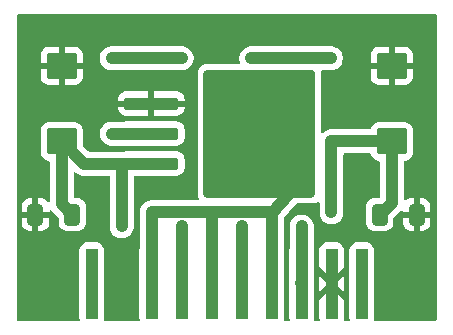
<source format=gbr>
%TF.GenerationSoftware,KiCad,Pcbnew,8.0.1*%
%TF.CreationDate,2024-05-13T16:53:05-04:00*%
%TF.ProjectId,LM1085,4c4d3130-3835-42e6-9b69-6361645f7063,rev?*%
%TF.SameCoordinates,Original*%
%TF.FileFunction,Copper,L1,Top*%
%TF.FilePolarity,Positive*%
%FSLAX46Y46*%
G04 Gerber Fmt 4.6, Leading zero omitted, Abs format (unit mm)*
G04 Created by KiCad (PCBNEW 8.0.1) date 2024-05-13 16:53:05*
%MOMM*%
%LPD*%
G01*
G04 APERTURE LIST*
G04 Aperture macros list*
%AMRoundRect*
0 Rectangle with rounded corners*
0 $1 Rounding radius*
0 $2 $3 $4 $5 $6 $7 $8 $9 X,Y pos of 4 corners*
0 Add a 4 corners polygon primitive as box body*
4,1,4,$2,$3,$4,$5,$6,$7,$8,$9,$2,$3,0*
0 Add four circle primitives for the rounded corners*
1,1,$1+$1,$2,$3*
1,1,$1+$1,$4,$5*
1,1,$1+$1,$6,$7*
1,1,$1+$1,$8,$9*
0 Add four rect primitives between the rounded corners*
20,1,$1+$1,$2,$3,$4,$5,0*
20,1,$1+$1,$4,$5,$6,$7,0*
20,1,$1+$1,$6,$7,$8,$9,0*
20,1,$1+$1,$8,$9,$2,$3,0*%
G04 Aperture macros list end*
%TA.AperFunction,SMDPad,CuDef*%
%ADD10RoundRect,0.250000X1.025000X-0.875000X1.025000X0.875000X-1.025000X0.875000X-1.025000X-0.875000X0*%
%TD*%
%TA.AperFunction,SMDPad,CuDef*%
%ADD11RoundRect,0.250000X0.412500X0.650000X-0.412500X0.650000X-0.412500X-0.650000X0.412500X-0.650000X0*%
%TD*%
%TA.AperFunction,SMDPad,CuDef*%
%ADD12RoundRect,0.250000X-0.412500X-0.650000X0.412500X-0.650000X0.412500X0.650000X-0.412500X0.650000X0*%
%TD*%
%TA.AperFunction,SMDPad,CuDef*%
%ADD13RoundRect,0.275000X-0.275000X-2.725000X0.275000X-2.725000X0.275000X2.725000X-0.275000X2.725000X0*%
%TD*%
%TA.AperFunction,SMDPad,CuDef*%
%ADD14RoundRect,0.250000X-2.050000X-0.300000X2.050000X-0.300000X2.050000X0.300000X-2.050000X0.300000X0*%
%TD*%
%TA.AperFunction,SMDPad,CuDef*%
%ADD15RoundRect,0.250000X-2.025000X-2.375000X2.025000X-2.375000X2.025000X2.375000X-2.025000X2.375000X0*%
%TD*%
%TA.AperFunction,SMDPad,CuDef*%
%ADD16RoundRect,0.250002X-4.449998X-5.149998X4.449998X-5.149998X4.449998X5.149998X-4.449998X5.149998X0*%
%TD*%
%TA.AperFunction,ViaPad*%
%ADD17C,0.600000*%
%TD*%
%TA.AperFunction,Conductor*%
%ADD18C,1.000000*%
%TD*%
G04 APERTURE END LIST*
D10*
%TO.P,C1,1*%
%TO.N,+5V*%
X137160000Y-104800000D03*
%TO.P,C1,2*%
%TO.N,GND*%
X137160000Y-98400000D03*
%TD*%
D11*
%TO.P,C2,1*%
%TO.N,+5V*%
X138062500Y-111000000D03*
%TO.P,C2,2*%
%TO.N,GND*%
X134937500Y-111000000D03*
%TD*%
D10*
%TO.P,C3,1*%
%TO.N,+3.3V*%
X165100000Y-104800000D03*
%TO.P,C3,2*%
%TO.N,GND*%
X165100000Y-98400000D03*
%TD*%
D12*
%TO.P,C4,1*%
%TO.N,+3.3V*%
X164077500Y-111000000D03*
%TO.P,C4,2*%
%TO.N,GND*%
X167202500Y-111000000D03*
%TD*%
D13*
%TO.P,VRMEdgeConn,VC1*%
%TO.N,N/C*%
X139700000Y-116840000D03*
%TO.P,VRMEdgeConn,VC2*%
%TO.N,+3.3V*%
X144780000Y-116840000D03*
%TO.P,VRMEdgeConn,VC3*%
%TO.N,+5V*%
X147320000Y-116840000D03*
%TO.P,VRMEdgeConn,VC4*%
%TO.N,+3.3V*%
X149860000Y-116840000D03*
%TO.P,VRMEdgeConn,VC5*%
%TO.N,+5V*%
X152400000Y-116840000D03*
%TO.P,VRMEdgeConn,VC6*%
%TO.N,+3.3V*%
X154940000Y-116840000D03*
%TO.P,VRMEdgeConn,VC7*%
%TO.N,+5V*%
X157480000Y-116840000D03*
%TO.P,VRMEdgeConn,VC8*%
%TO.N,GND*%
X160020000Y-116840000D03*
%TO.P,VRMEdgeConn,VC9*%
%TO.N,N/C*%
X162560000Y-116840000D03*
%TD*%
D14*
%TO.P,U1 - LM1085-3.3,1,GND*%
%TO.N,GND*%
X144750000Y-101600000D03*
%TO.P,U1 - LM1085-3.3,2,VO*%
%TO.N,+3.3V*%
X144750000Y-104140000D03*
D15*
X151475000Y-101365000D03*
X151475000Y-106915000D03*
D16*
X153900000Y-104140000D03*
D15*
X156325000Y-101365000D03*
X156325000Y-106915000D03*
D14*
%TO.P,U1 - LM1085-3.3,3,VI*%
%TO.N,+5V*%
X144750000Y-106680000D03*
%TD*%
D17*
%TO.N,+5V*%
X142240000Y-112000000D03*
X147320000Y-112000000D03*
X152400000Y-112000000D03*
X157480000Y-112000000D03*
%TO.N,+3.3V*%
X160000000Y-104800000D03*
X154940000Y-110800000D03*
X160000000Y-97750000D03*
X160000000Y-110800000D03*
X141397434Y-97750000D03*
X147320000Y-97750000D03*
X141397434Y-104140000D03*
X153209907Y-97750000D03*
%TD*%
D18*
%TO.N,+5V*%
X137160000Y-110097500D02*
X138062500Y-111000000D01*
X139040000Y-106680000D02*
X137160000Y-104800000D01*
X137160000Y-104800000D02*
X137160000Y-110097500D01*
X144750000Y-106680000D02*
X142240000Y-106680000D01*
X157480000Y-116840000D02*
X157480000Y-112000000D01*
X152400000Y-116840000D02*
X152400000Y-112000000D01*
X142240000Y-106680000D02*
X142240000Y-112000000D01*
X142240000Y-106680000D02*
X139040000Y-106680000D01*
X157395456Y-116755456D02*
X157480000Y-116840000D01*
X147320000Y-116840000D02*
X147320000Y-112000000D01*
%TO.N,+3.3V*%
X165100000Y-104800000D02*
X165100000Y-109977500D01*
X149860000Y-110800000D02*
X144780000Y-110800000D01*
X144780000Y-110800000D02*
X144780000Y-116840000D01*
X160071486Y-104800000D02*
X165100000Y-104800000D01*
X155040626Y-110793535D02*
X156325000Y-109378337D01*
X156325000Y-109378337D02*
X156325000Y-106915000D01*
X154940000Y-110800000D02*
X154940000Y-116800000D01*
X165100000Y-109977500D02*
X164077500Y-111000000D01*
X147320000Y-97750000D02*
X141397434Y-97750000D01*
X154940000Y-110800000D02*
X149860000Y-110800000D01*
X153209907Y-97750000D02*
X159960421Y-97750000D01*
X149860000Y-110800000D02*
X149860000Y-116840000D01*
X141397434Y-104140000D02*
X144750000Y-104140000D01*
X160000000Y-104800000D02*
X160000000Y-110800000D01*
%TD*%
%TA.AperFunction,Conductor*%
%TO.N,GND*%
G36*
X168851633Y-94020002D02*
G01*
X168898126Y-94073658D01*
X168909512Y-94125999D01*
X168909606Y-104084196D01*
X168909753Y-119847385D01*
X168909754Y-119888999D01*
X168889753Y-119957120D01*
X168836097Y-120003613D01*
X168783754Y-120015000D01*
X163685200Y-120015000D01*
X163617079Y-119994998D01*
X163570586Y-119941342D01*
X163560482Y-119871068D01*
X163566271Y-119847385D01*
X163567992Y-119842465D01*
X163603690Y-119740448D01*
X163618500Y-119609004D01*
X163618500Y-114070996D01*
X163603690Y-113939552D01*
X163545376Y-113772901D01*
X163451640Y-113623720D01*
X163451441Y-113623403D01*
X163326596Y-113498558D01*
X163177101Y-113404625D01*
X163177099Y-113404624D01*
X163010448Y-113346310D01*
X162879004Y-113331500D01*
X162240996Y-113331500D01*
X162109552Y-113346310D01*
X162109549Y-113346310D01*
X162109549Y-113346311D01*
X161942900Y-113404624D01*
X161942898Y-113404625D01*
X161793403Y-113498558D01*
X161668558Y-113623403D01*
X161574625Y-113772898D01*
X161574624Y-113772900D01*
X161558991Y-113817577D01*
X161516310Y-113939552D01*
X161501500Y-114070996D01*
X161501500Y-119609004D01*
X161516310Y-119740448D01*
X161516311Y-119740450D01*
X161553729Y-119847385D01*
X161557349Y-119918289D01*
X161522060Y-119979894D01*
X161459066Y-120012641D01*
X161434800Y-120015000D01*
X161144669Y-120015000D01*
X161076548Y-119994998D01*
X161030055Y-119941342D01*
X161019951Y-119871068D01*
X161025740Y-119847385D01*
X161063196Y-119740339D01*
X161077999Y-119608967D01*
X161077999Y-118257209D01*
X161077998Y-118257207D01*
X160020001Y-117199210D01*
X160019999Y-117199210D01*
X158962000Y-118257207D01*
X158962000Y-119608967D01*
X158976801Y-119740329D01*
X158976803Y-119740340D01*
X159014260Y-119847385D01*
X159017880Y-119918289D01*
X158982590Y-119979894D01*
X158919597Y-120012641D01*
X158895331Y-120015000D01*
X158605200Y-120015000D01*
X158537079Y-119994998D01*
X158490586Y-119941342D01*
X158480482Y-119871068D01*
X158486271Y-119847385D01*
X158487992Y-119842465D01*
X158523690Y-119740448D01*
X158538500Y-119609004D01*
X158538500Y-116141209D01*
X158962000Y-116141209D01*
X158962000Y-117538788D01*
X159660788Y-116840001D01*
X160379210Y-116840001D01*
X161077998Y-117538789D01*
X161077999Y-117538789D01*
X161077999Y-116141210D01*
X160379210Y-116839999D01*
X160379210Y-116840001D01*
X159660788Y-116840001D01*
X159660790Y-116839999D01*
X158962000Y-116141209D01*
X158538500Y-116141209D01*
X158538500Y-115422791D01*
X158962000Y-115422791D01*
X160019999Y-116480790D01*
X160020001Y-116480790D01*
X161077998Y-115422791D01*
X161077999Y-115422790D01*
X161077999Y-114071032D01*
X161063198Y-113939670D01*
X161063196Y-113939659D01*
X161004921Y-113773119D01*
X161004920Y-113773116D01*
X160911048Y-113623720D01*
X160911047Y-113623718D01*
X160786281Y-113498952D01*
X160786279Y-113498951D01*
X160636883Y-113405079D01*
X160636880Y-113405078D01*
X160470339Y-113346803D01*
X160338967Y-113332000D01*
X159701032Y-113332000D01*
X159569670Y-113346801D01*
X159569659Y-113346803D01*
X159403119Y-113405078D01*
X159403116Y-113405079D01*
X159253720Y-113498951D01*
X159253718Y-113498952D01*
X159128952Y-113623718D01*
X159128951Y-113623720D01*
X159035079Y-113773116D01*
X159035078Y-113773119D01*
X158976803Y-113939660D01*
X158962000Y-114071032D01*
X158962000Y-115422791D01*
X158538500Y-115422791D01*
X158538500Y-114070996D01*
X158523690Y-113939552D01*
X158495571Y-113859192D01*
X158488500Y-113817577D01*
X158488500Y-111900672D01*
X158488499Y-111900668D01*
X158449744Y-111705831D01*
X158373721Y-111522296D01*
X158263353Y-111357119D01*
X158122881Y-111216647D01*
X157957704Y-111106279D01*
X157774169Y-111030256D01*
X157579331Y-110991500D01*
X157579329Y-110991500D01*
X157380671Y-110991500D01*
X157380668Y-110991500D01*
X157185830Y-111030256D01*
X157185825Y-111030258D01*
X157002296Y-111106279D01*
X156837123Y-111216644D01*
X156837116Y-111216649D01*
X156696649Y-111357116D01*
X156696644Y-111357123D01*
X156586279Y-111522296D01*
X156510258Y-111705825D01*
X156510256Y-111705830D01*
X156471500Y-111900668D01*
X156471500Y-113817577D01*
X156464429Y-113859192D01*
X156436310Y-113939552D01*
X156436298Y-113939660D01*
X156421500Y-114070995D01*
X156421500Y-116470053D01*
X156419079Y-116494635D01*
X156386956Y-116656124D01*
X156386956Y-116854787D01*
X156419079Y-117016276D01*
X156421500Y-117040858D01*
X156421500Y-119609004D01*
X156436310Y-119740448D01*
X156436311Y-119740450D01*
X156473729Y-119847385D01*
X156477349Y-119918289D01*
X156442060Y-119979894D01*
X156379066Y-120012641D01*
X156354800Y-120015000D01*
X156065200Y-120015000D01*
X155997079Y-119994998D01*
X155950586Y-119941342D01*
X155940482Y-119871068D01*
X155946271Y-119847385D01*
X155947992Y-119842465D01*
X155983690Y-119740448D01*
X155998500Y-119609004D01*
X155998500Y-114070996D01*
X155983690Y-113939552D01*
X155955571Y-113859192D01*
X155948500Y-113817577D01*
X155948500Y-111342467D01*
X155968502Y-111274346D01*
X155981192Y-111257793D01*
X156945121Y-110195681D01*
X157041194Y-110089822D01*
X157101787Y-110052820D01*
X157134498Y-110048500D01*
X158400551Y-110048500D01*
X158454561Y-110042980D01*
X158494783Y-110038871D01*
X158494794Y-110038873D01*
X158494794Y-110038870D01*
X158494796Y-110038870D01*
X158504426Y-110037887D01*
X158672738Y-109982115D01*
X158799355Y-109904016D01*
X158867832Y-109885280D01*
X158935571Y-109906539D01*
X158981063Y-109961046D01*
X158991500Y-110011258D01*
X158991500Y-110899329D01*
X159030256Y-111094169D01*
X159106279Y-111277704D01*
X159216647Y-111442881D01*
X159357119Y-111583353D01*
X159522296Y-111693721D01*
X159705831Y-111769744D01*
X159900671Y-111808500D01*
X159900672Y-111808500D01*
X160099328Y-111808500D01*
X160099329Y-111808500D01*
X160294169Y-111769744D01*
X160477704Y-111693721D01*
X160642881Y-111583353D01*
X160783353Y-111442881D01*
X160893721Y-111277704D01*
X160969744Y-111094169D01*
X161008500Y-110899329D01*
X161008500Y-105934500D01*
X161028502Y-105866379D01*
X161082158Y-105819886D01*
X161134500Y-105808500D01*
X163229193Y-105808500D01*
X163297314Y-105828502D01*
X163343807Y-105882158D01*
X163348795Y-105894860D01*
X163382885Y-105997737D01*
X163382885Y-105997738D01*
X163475970Y-106148652D01*
X163475975Y-106148658D01*
X163601341Y-106274024D01*
X163601347Y-106274029D01*
X163601348Y-106274030D01*
X163752262Y-106367115D01*
X163920574Y-106422887D01*
X163978309Y-106428785D01*
X164044041Y-106455606D01*
X164084840Y-106513709D01*
X164091500Y-106554132D01*
X164091500Y-109465500D01*
X164071498Y-109533621D01*
X164017842Y-109580114D01*
X163965500Y-109591500D01*
X163614455Y-109591500D01*
X163510574Y-109602112D01*
X163342261Y-109657885D01*
X163191347Y-109750970D01*
X163191341Y-109750975D01*
X163065975Y-109876341D01*
X163065970Y-109876347D01*
X162972885Y-110027262D01*
X162917113Y-110195572D01*
X162917112Y-110195579D01*
X162906500Y-110299446D01*
X162906500Y-111700544D01*
X162917112Y-111804425D01*
X162972885Y-111972738D01*
X163065970Y-112123652D01*
X163065975Y-112123658D01*
X163191341Y-112249024D01*
X163191347Y-112249029D01*
X163191348Y-112249030D01*
X163342262Y-112342115D01*
X163510574Y-112397887D01*
X163614455Y-112408500D01*
X164540544Y-112408499D01*
X164644426Y-112397887D01*
X164812738Y-112342115D01*
X164963652Y-112249030D01*
X165089030Y-112123652D01*
X165182115Y-111972738D01*
X165237887Y-111804426D01*
X165248500Y-111700545D01*
X165248499Y-111307423D01*
X165264186Y-111254000D01*
X166032000Y-111254000D01*
X166032000Y-111700516D01*
X166042605Y-111804318D01*
X166042606Y-111804321D01*
X166098342Y-111972525D01*
X166191365Y-112123339D01*
X166191370Y-112123345D01*
X166316654Y-112248629D01*
X166316660Y-112248634D01*
X166467474Y-112341657D01*
X166635678Y-112397393D01*
X166635681Y-112397394D01*
X166739483Y-112407999D01*
X166739483Y-112408000D01*
X166948500Y-112408000D01*
X166948500Y-111254000D01*
X167456500Y-111254000D01*
X167456500Y-112408000D01*
X167665517Y-112408000D01*
X167665516Y-112407999D01*
X167769318Y-112397394D01*
X167769321Y-112397393D01*
X167937525Y-112341657D01*
X168088339Y-112248634D01*
X168088345Y-112248629D01*
X168213629Y-112123345D01*
X168213634Y-112123339D01*
X168306657Y-111972525D01*
X168362393Y-111804321D01*
X168362394Y-111804318D01*
X168372999Y-111700516D01*
X168373000Y-111700516D01*
X168373000Y-111254000D01*
X167456500Y-111254000D01*
X166948500Y-111254000D01*
X166032000Y-111254000D01*
X165264186Y-111254000D01*
X165268501Y-111239304D01*
X165285399Y-111218333D01*
X165816906Y-110686826D01*
X165879217Y-110652803D01*
X165950033Y-110657868D01*
X166006868Y-110700415D01*
X166019035Y-110733036D01*
X166031999Y-110746000D01*
X166948500Y-110746000D01*
X166948500Y-109592000D01*
X167456500Y-109592000D01*
X167456500Y-110746000D01*
X168373000Y-110746000D01*
X168373000Y-110299483D01*
X168362394Y-110195681D01*
X168362393Y-110195678D01*
X168306657Y-110027474D01*
X168213634Y-109876660D01*
X168213629Y-109876654D01*
X168088345Y-109751370D01*
X168088339Y-109751365D01*
X167937525Y-109658342D01*
X167769321Y-109602606D01*
X167769318Y-109602605D01*
X167665516Y-109592000D01*
X167456500Y-109592000D01*
X166948500Y-109592000D01*
X166739483Y-109592000D01*
X166635681Y-109602605D01*
X166635678Y-109602606D01*
X166467474Y-109658342D01*
X166316656Y-109751368D01*
X166312646Y-109754539D01*
X166246804Y-109781098D01*
X166177056Y-109767844D01*
X166125546Y-109718985D01*
X166108500Y-109655700D01*
X166108500Y-106554132D01*
X166128502Y-106486011D01*
X166182158Y-106439518D01*
X166221693Y-106428784D01*
X166279426Y-106422887D01*
X166447738Y-106367115D01*
X166598652Y-106274030D01*
X166724030Y-106148652D01*
X166817115Y-105997738D01*
X166872887Y-105829426D01*
X166883500Y-105725545D01*
X166883499Y-103874456D01*
X166872887Y-103770574D01*
X166817115Y-103602262D01*
X166724030Y-103451348D01*
X166724029Y-103451347D01*
X166724024Y-103451341D01*
X166598658Y-103325975D01*
X166598652Y-103325970D01*
X166447738Y-103232885D01*
X166363582Y-103204999D01*
X166279427Y-103177113D01*
X166279420Y-103177112D01*
X166175553Y-103166500D01*
X164024455Y-103166500D01*
X163920574Y-103177112D01*
X163752261Y-103232885D01*
X163601347Y-103325970D01*
X163601341Y-103325975D01*
X163475975Y-103451341D01*
X163475970Y-103451347D01*
X163382885Y-103602261D01*
X163348798Y-103705133D01*
X163308384Y-103763504D01*
X163242827Y-103790760D01*
X163229193Y-103791500D01*
X159900668Y-103791500D01*
X159705830Y-103830256D01*
X159705825Y-103830258D01*
X159522296Y-103906279D01*
X159357123Y-104016644D01*
X159357121Y-104016645D01*
X159323594Y-104050172D01*
X159261282Y-104084196D01*
X159190466Y-104079130D01*
X159133631Y-104036583D01*
X159108821Y-103970062D01*
X159108500Y-103961075D01*
X159108500Y-98939454D01*
X159104194Y-98897305D01*
X159117170Y-98827505D01*
X159165823Y-98775799D01*
X159229542Y-98758500D01*
X160059749Y-98758500D01*
X160059750Y-98758500D01*
X160254590Y-98719744D01*
X160413309Y-98654000D01*
X163317000Y-98654000D01*
X163317000Y-99325516D01*
X163327605Y-99429318D01*
X163327606Y-99429321D01*
X163383342Y-99597525D01*
X163476365Y-99748339D01*
X163476370Y-99748345D01*
X163601654Y-99873629D01*
X163601660Y-99873634D01*
X163752474Y-99966657D01*
X163920678Y-100022393D01*
X163920681Y-100022394D01*
X164024483Y-100032999D01*
X164024483Y-100033000D01*
X164846000Y-100033000D01*
X164846000Y-98654000D01*
X165354000Y-98654000D01*
X165354000Y-100033000D01*
X166175517Y-100033000D01*
X166175516Y-100032999D01*
X166279318Y-100022394D01*
X166279321Y-100022393D01*
X166447525Y-99966657D01*
X166598339Y-99873634D01*
X166598345Y-99873629D01*
X166723629Y-99748345D01*
X166723634Y-99748339D01*
X166816657Y-99597525D01*
X166872393Y-99429321D01*
X166872394Y-99429318D01*
X166882999Y-99325516D01*
X166883000Y-99325516D01*
X166883000Y-98654000D01*
X165354000Y-98654000D01*
X164846000Y-98654000D01*
X163317000Y-98654000D01*
X160413309Y-98654000D01*
X160438125Y-98643721D01*
X160603302Y-98533353D01*
X160743774Y-98392881D01*
X160854142Y-98227704D01*
X160887985Y-98146000D01*
X163317000Y-98146000D01*
X164846000Y-98146000D01*
X164846000Y-96767000D01*
X165354000Y-96767000D01*
X165354000Y-98146000D01*
X166883000Y-98146000D01*
X166883000Y-97474483D01*
X166872394Y-97370681D01*
X166872393Y-97370678D01*
X166816657Y-97202474D01*
X166723634Y-97051660D01*
X166723629Y-97051654D01*
X166598345Y-96926370D01*
X166598339Y-96926365D01*
X166447525Y-96833342D01*
X166279321Y-96777606D01*
X166279318Y-96777605D01*
X166175516Y-96767000D01*
X165354000Y-96767000D01*
X164846000Y-96767000D01*
X164024483Y-96767000D01*
X163920681Y-96777605D01*
X163920678Y-96777606D01*
X163752474Y-96833342D01*
X163601660Y-96926365D01*
X163601654Y-96926370D01*
X163476370Y-97051654D01*
X163476365Y-97051660D01*
X163383342Y-97202474D01*
X163327606Y-97370678D01*
X163327605Y-97370681D01*
X163317000Y-97474483D01*
X163317000Y-98146000D01*
X160887985Y-98146000D01*
X160930165Y-98044169D01*
X160968921Y-97849329D01*
X160968921Y-97650671D01*
X160930165Y-97455831D01*
X160854142Y-97272296D01*
X160743774Y-97107119D01*
X160603302Y-96966647D01*
X160438125Y-96856279D01*
X160254590Y-96780256D01*
X160241268Y-96777606D01*
X160059752Y-96741500D01*
X160059750Y-96741500D01*
X153110578Y-96741500D01*
X153110575Y-96741500D01*
X152915737Y-96780256D01*
X152915732Y-96780258D01*
X152732203Y-96856279D01*
X152567030Y-96966644D01*
X152567023Y-96966649D01*
X152426556Y-97107116D01*
X152426551Y-97107123D01*
X152316186Y-97272296D01*
X152240165Y-97455825D01*
X152240163Y-97455830D01*
X152201407Y-97650668D01*
X152201407Y-97650671D01*
X152201407Y-97849329D01*
X152240163Y-98044169D01*
X152245594Y-98057281D01*
X152253185Y-98127869D01*
X152221407Y-98191356D01*
X152160350Y-98227585D01*
X152129186Y-98231500D01*
X149399447Y-98231500D01*
X149305202Y-98241129D01*
X149305201Y-98241129D01*
X149296668Y-98242001D01*
X149295573Y-98242113D01*
X149127262Y-98297885D01*
X148976347Y-98390970D01*
X148976341Y-98390975D01*
X148850975Y-98516341D01*
X148850970Y-98516347D01*
X148757885Y-98667262D01*
X148702112Y-98835575D01*
X148701635Y-98838534D01*
X148701461Y-98841956D01*
X148691500Y-98939456D01*
X148691500Y-109340543D01*
X148700510Y-109428734D01*
X148700510Y-109428735D01*
X148702112Y-109444425D01*
X148709096Y-109465500D01*
X148757885Y-109612738D01*
X148757886Y-109612740D01*
X148760194Y-109619704D01*
X148758856Y-109620147D01*
X148768319Y-109682439D01*
X148739341Y-109747253D01*
X148679922Y-109786110D01*
X148643463Y-109791500D01*
X144680668Y-109791500D01*
X144485830Y-109830256D01*
X144485825Y-109830258D01*
X144302296Y-109906279D01*
X144137123Y-110016644D01*
X144137116Y-110016649D01*
X143996649Y-110157116D01*
X143996644Y-110157123D01*
X143886279Y-110322296D01*
X143810258Y-110505825D01*
X143810256Y-110505830D01*
X143771500Y-110700668D01*
X143771500Y-113817577D01*
X143764429Y-113859192D01*
X143736310Y-113939552D01*
X143721500Y-114070996D01*
X143721500Y-119609004D01*
X143736310Y-119740448D01*
X143736311Y-119740450D01*
X143773729Y-119847385D01*
X143777349Y-119918289D01*
X143742060Y-119979894D01*
X143679066Y-120012641D01*
X143654800Y-120015000D01*
X140825200Y-120015000D01*
X140757079Y-119994998D01*
X140710586Y-119941342D01*
X140700482Y-119871068D01*
X140706271Y-119847385D01*
X140707992Y-119842465D01*
X140743690Y-119740448D01*
X140758500Y-119609004D01*
X140758500Y-114070996D01*
X140743690Y-113939552D01*
X140685376Y-113772901D01*
X140591640Y-113623720D01*
X140591441Y-113623403D01*
X140466596Y-113498558D01*
X140317101Y-113404625D01*
X140317099Y-113404624D01*
X140150448Y-113346310D01*
X140019004Y-113331500D01*
X139380996Y-113331500D01*
X139249552Y-113346310D01*
X139249549Y-113346310D01*
X139249549Y-113346311D01*
X139082900Y-113404624D01*
X139082898Y-113404625D01*
X138933403Y-113498558D01*
X138808558Y-113623403D01*
X138714625Y-113772898D01*
X138714624Y-113772900D01*
X138698991Y-113817577D01*
X138656310Y-113939552D01*
X138641500Y-114070996D01*
X138641500Y-119609004D01*
X138656310Y-119740448D01*
X138656311Y-119740450D01*
X138693729Y-119847385D01*
X138697349Y-119918289D01*
X138662060Y-119979894D01*
X138599066Y-120012641D01*
X138574800Y-120015000D01*
X133476484Y-120015000D01*
X133408363Y-119994998D01*
X133361870Y-119941342D01*
X133350484Y-119889005D01*
X133350483Y-119871068D01*
X133350160Y-111254000D01*
X133767000Y-111254000D01*
X133767000Y-111700516D01*
X133777605Y-111804318D01*
X133777606Y-111804321D01*
X133833342Y-111972525D01*
X133926365Y-112123339D01*
X133926370Y-112123345D01*
X134051654Y-112248629D01*
X134051660Y-112248634D01*
X134202474Y-112341657D01*
X134370678Y-112397393D01*
X134370681Y-112397394D01*
X134474483Y-112407999D01*
X134474483Y-112408000D01*
X134683500Y-112408000D01*
X134683500Y-111254000D01*
X135191500Y-111254000D01*
X135191500Y-112408000D01*
X135400517Y-112408000D01*
X135400516Y-112407999D01*
X135504318Y-112397394D01*
X135504321Y-112397393D01*
X135672525Y-112341657D01*
X135823339Y-112248634D01*
X135823345Y-112248629D01*
X135948629Y-112123345D01*
X135948634Y-112123339D01*
X136041657Y-111972525D01*
X136097393Y-111804321D01*
X136097394Y-111804318D01*
X136107999Y-111700516D01*
X136108000Y-111700516D01*
X136108000Y-111254000D01*
X135191500Y-111254000D01*
X134683500Y-111254000D01*
X133767000Y-111254000D01*
X133350160Y-111254000D01*
X133350141Y-110746000D01*
X133767000Y-110746000D01*
X134683500Y-110746000D01*
X135191500Y-110746000D01*
X136108001Y-110746000D01*
X136111195Y-110742805D01*
X136128002Y-110685567D01*
X136181658Y-110639074D01*
X136251932Y-110628970D01*
X136316512Y-110658464D01*
X136338762Y-110683683D01*
X136376647Y-110740381D01*
X136854597Y-111218332D01*
X136888621Y-111280642D01*
X136891500Y-111307425D01*
X136891500Y-111700544D01*
X136902112Y-111804425D01*
X136957885Y-111972738D01*
X137050970Y-112123652D01*
X137050975Y-112123658D01*
X137176341Y-112249024D01*
X137176347Y-112249029D01*
X137176348Y-112249030D01*
X137327262Y-112342115D01*
X137495574Y-112397887D01*
X137599455Y-112408500D01*
X138525544Y-112408499D01*
X138629426Y-112397887D01*
X138797738Y-112342115D01*
X138948652Y-112249030D01*
X139074030Y-112123652D01*
X139167115Y-111972738D01*
X139222887Y-111804426D01*
X139233500Y-111700545D01*
X139233499Y-110299456D01*
X139230660Y-110271669D01*
X139222887Y-110195574D01*
X139210146Y-110157123D01*
X139167115Y-110027262D01*
X139074030Y-109876348D01*
X139074029Y-109876347D01*
X139074024Y-109876341D01*
X138948658Y-109750975D01*
X138948652Y-109750970D01*
X138896796Y-109718985D01*
X138797738Y-109657885D01*
X138683850Y-109620147D01*
X138629427Y-109602113D01*
X138629420Y-109602112D01*
X138525553Y-109591500D01*
X138525545Y-109591500D01*
X138294500Y-109591500D01*
X138226379Y-109571498D01*
X138179886Y-109517842D01*
X138168500Y-109465500D01*
X138168500Y-107538924D01*
X138188502Y-107470803D01*
X138242158Y-107424310D01*
X138312432Y-107414206D01*
X138377012Y-107443700D01*
X138383595Y-107449829D01*
X138397119Y-107463353D01*
X138562296Y-107573721D01*
X138745831Y-107649744D01*
X138940671Y-107688500D01*
X141105500Y-107688500D01*
X141173621Y-107708502D01*
X141220114Y-107762158D01*
X141231500Y-107814500D01*
X141231500Y-112099331D01*
X141261276Y-112249024D01*
X141270256Y-112294169D01*
X141346279Y-112477704D01*
X141456647Y-112642881D01*
X141597119Y-112783353D01*
X141762296Y-112893721D01*
X141945831Y-112969744D01*
X142140671Y-113008500D01*
X142140672Y-113008500D01*
X142339328Y-113008500D01*
X142339329Y-113008500D01*
X142534169Y-112969744D01*
X142717704Y-112893721D01*
X142882881Y-112783353D01*
X143023353Y-112642881D01*
X143133721Y-112477704D01*
X143209744Y-112294169D01*
X143248500Y-112099329D01*
X143248500Y-107864499D01*
X143268502Y-107796378D01*
X143322158Y-107749885D01*
X143374500Y-107738499D01*
X146850544Y-107738499D01*
X146954426Y-107727887D01*
X147122738Y-107672115D01*
X147273652Y-107579030D01*
X147399030Y-107453652D01*
X147492115Y-107302738D01*
X147547887Y-107134426D01*
X147558500Y-107030545D01*
X147558499Y-106329456D01*
X147547887Y-106225574D01*
X147492115Y-106057262D01*
X147399030Y-105906348D01*
X147399029Y-105906347D01*
X147399024Y-105906341D01*
X147273658Y-105780975D01*
X147273652Y-105780970D01*
X147183794Y-105725545D01*
X147122738Y-105687885D01*
X147012927Y-105651498D01*
X146954427Y-105632113D01*
X146954420Y-105632112D01*
X146850553Y-105621500D01*
X142649455Y-105621500D01*
X142545577Y-105632112D01*
X142545574Y-105632113D01*
X142446008Y-105665105D01*
X142406378Y-105671500D01*
X139509924Y-105671500D01*
X139441803Y-105651498D01*
X139420829Y-105634595D01*
X138980404Y-105194170D01*
X138946378Y-105131858D01*
X138943499Y-105105075D01*
X138943499Y-104239329D01*
X140388934Y-104239329D01*
X140427690Y-104434169D01*
X140503713Y-104617704D01*
X140614081Y-104782881D01*
X140754553Y-104923353D01*
X140919730Y-105033721D01*
X141103265Y-105109744D01*
X141298105Y-105148500D01*
X142406377Y-105148500D01*
X142446009Y-105154895D01*
X142545574Y-105187887D01*
X142649455Y-105198500D01*
X146850544Y-105198499D01*
X146954426Y-105187887D01*
X147122738Y-105132115D01*
X147273652Y-105039030D01*
X147399030Y-104913652D01*
X147492115Y-104762738D01*
X147547887Y-104594426D01*
X147558500Y-104490545D01*
X147558499Y-103789456D01*
X147547887Y-103685574D01*
X147492115Y-103517262D01*
X147399030Y-103366348D01*
X147399029Y-103366347D01*
X147399024Y-103366341D01*
X147273658Y-103240975D01*
X147273652Y-103240970D01*
X147260544Y-103232885D01*
X147122738Y-103147885D01*
X147038582Y-103119999D01*
X146954427Y-103092113D01*
X146954420Y-103092112D01*
X146850553Y-103081500D01*
X142649455Y-103081500D01*
X142545577Y-103092112D01*
X142545574Y-103092113D01*
X142446008Y-103125105D01*
X142406378Y-103131500D01*
X141298102Y-103131500D01*
X141103264Y-103170256D01*
X141103259Y-103170258D01*
X140919730Y-103246279D01*
X140754557Y-103356644D01*
X140754550Y-103356649D01*
X140614083Y-103497116D01*
X140614078Y-103497123D01*
X140503713Y-103662296D01*
X140427692Y-103845825D01*
X140427690Y-103845830D01*
X140388934Y-104040668D01*
X140388934Y-104040671D01*
X140388934Y-104239329D01*
X138943499Y-104239329D01*
X138943499Y-103874455D01*
X138932887Y-103770574D01*
X138904721Y-103685574D01*
X138877115Y-103602262D01*
X138784030Y-103451348D01*
X138784029Y-103451347D01*
X138784024Y-103451341D01*
X138658658Y-103325975D01*
X138658652Y-103325970D01*
X138507738Y-103232885D01*
X138423582Y-103204999D01*
X138339427Y-103177113D01*
X138339420Y-103177112D01*
X138235553Y-103166500D01*
X136084455Y-103166500D01*
X135980574Y-103177112D01*
X135812261Y-103232885D01*
X135661347Y-103325970D01*
X135661341Y-103325975D01*
X135535975Y-103451341D01*
X135535970Y-103451347D01*
X135442885Y-103602262D01*
X135387113Y-103770572D01*
X135387112Y-103770579D01*
X135376500Y-103874446D01*
X135376500Y-105725544D01*
X135387112Y-105829425D01*
X135442885Y-105997738D01*
X135535970Y-106148652D01*
X135535975Y-106148658D01*
X135661341Y-106274024D01*
X135661347Y-106274029D01*
X135661348Y-106274030D01*
X135812262Y-106367115D01*
X135980574Y-106422887D01*
X136038309Y-106428785D01*
X136104041Y-106455606D01*
X136144840Y-106513709D01*
X136151500Y-106554132D01*
X136151500Y-109775335D01*
X136131498Y-109843456D01*
X136077842Y-109889949D01*
X136007568Y-109900053D01*
X135942988Y-109870559D01*
X135936405Y-109864430D01*
X135823345Y-109751370D01*
X135823339Y-109751365D01*
X135672525Y-109658342D01*
X135504321Y-109602606D01*
X135504318Y-109602605D01*
X135400516Y-109592000D01*
X135191500Y-109592000D01*
X135191500Y-110746000D01*
X134683500Y-110746000D01*
X134683500Y-109592000D01*
X134474483Y-109592000D01*
X134370681Y-109602605D01*
X134370678Y-109602606D01*
X134202474Y-109658342D01*
X134051660Y-109751365D01*
X134051654Y-109751370D01*
X133926370Y-109876654D01*
X133926365Y-109876660D01*
X133833342Y-110027474D01*
X133777606Y-110195678D01*
X133777605Y-110195681D01*
X133767000Y-110299483D01*
X133767000Y-110746000D01*
X133350141Y-110746000D01*
X133349879Y-103763504D01*
X133349807Y-101854000D01*
X141942000Y-101854000D01*
X141942000Y-101950516D01*
X141952605Y-102054318D01*
X141952606Y-102054321D01*
X142008342Y-102222525D01*
X142101365Y-102373339D01*
X142101370Y-102373345D01*
X142226654Y-102498629D01*
X142226660Y-102498634D01*
X142377474Y-102591657D01*
X142545678Y-102647393D01*
X142545681Y-102647394D01*
X142649483Y-102657999D01*
X142649483Y-102658000D01*
X144496000Y-102658000D01*
X144496000Y-101854000D01*
X145004000Y-101854000D01*
X145004000Y-102658000D01*
X146850517Y-102658000D01*
X146850516Y-102657999D01*
X146954318Y-102647394D01*
X146954321Y-102647393D01*
X147122525Y-102591657D01*
X147273339Y-102498634D01*
X147273345Y-102498629D01*
X147398629Y-102373345D01*
X147398634Y-102373339D01*
X147491657Y-102222525D01*
X147547393Y-102054321D01*
X147547394Y-102054318D01*
X147557999Y-101950516D01*
X147558000Y-101950516D01*
X147558000Y-101854000D01*
X145004000Y-101854000D01*
X144496000Y-101854000D01*
X141942000Y-101854000D01*
X133349807Y-101854000D01*
X133349788Y-101346000D01*
X141942000Y-101346000D01*
X144496000Y-101346000D01*
X144496000Y-100542000D01*
X145004000Y-100542000D01*
X145004000Y-101346000D01*
X147558000Y-101346000D01*
X147558000Y-101249483D01*
X147547394Y-101145681D01*
X147547393Y-101145678D01*
X147491657Y-100977474D01*
X147398634Y-100826660D01*
X147398629Y-100826654D01*
X147273345Y-100701370D01*
X147273339Y-100701365D01*
X147122525Y-100608342D01*
X146954321Y-100552606D01*
X146954318Y-100552605D01*
X146850516Y-100542000D01*
X145004000Y-100542000D01*
X144496000Y-100542000D01*
X142649483Y-100542000D01*
X142545681Y-100552605D01*
X142545678Y-100552606D01*
X142377474Y-100608342D01*
X142226660Y-100701365D01*
X142226654Y-100701370D01*
X142101370Y-100826654D01*
X142101365Y-100826660D01*
X142008342Y-100977474D01*
X141952606Y-101145678D01*
X141952605Y-101145681D01*
X141942000Y-101249483D01*
X141942000Y-101346000D01*
X133349788Y-101346000D01*
X133349687Y-98654000D01*
X135377000Y-98654000D01*
X135377000Y-99325516D01*
X135387605Y-99429318D01*
X135387606Y-99429321D01*
X135443342Y-99597525D01*
X135536365Y-99748339D01*
X135536370Y-99748345D01*
X135661654Y-99873629D01*
X135661660Y-99873634D01*
X135812474Y-99966657D01*
X135980678Y-100022393D01*
X135980681Y-100022394D01*
X136084483Y-100032999D01*
X136084483Y-100033000D01*
X136906000Y-100033000D01*
X136906000Y-98654000D01*
X137414000Y-98654000D01*
X137414000Y-100033000D01*
X138235517Y-100033000D01*
X138235516Y-100032999D01*
X138339318Y-100022394D01*
X138339321Y-100022393D01*
X138507525Y-99966657D01*
X138658339Y-99873634D01*
X138658345Y-99873629D01*
X138783629Y-99748345D01*
X138783634Y-99748339D01*
X138876657Y-99597525D01*
X138932393Y-99429321D01*
X138932394Y-99429318D01*
X138942999Y-99325516D01*
X138943000Y-99325516D01*
X138943000Y-98654000D01*
X137414000Y-98654000D01*
X136906000Y-98654000D01*
X135377000Y-98654000D01*
X133349687Y-98654000D01*
X133349668Y-98146000D01*
X135377000Y-98146000D01*
X136906000Y-98146000D01*
X136906000Y-96767000D01*
X137414000Y-96767000D01*
X137414000Y-98146000D01*
X138943000Y-98146000D01*
X138943000Y-97849329D01*
X140388934Y-97849329D01*
X140427690Y-98044169D01*
X140503713Y-98227704D01*
X140614081Y-98392881D01*
X140754553Y-98533353D01*
X140919730Y-98643721D01*
X141103265Y-98719744D01*
X141298105Y-98758500D01*
X141298106Y-98758500D01*
X147419328Y-98758500D01*
X147419329Y-98758500D01*
X147614169Y-98719744D01*
X147797704Y-98643721D01*
X147962881Y-98533353D01*
X148103353Y-98392881D01*
X148213721Y-98227704D01*
X148289744Y-98044169D01*
X148328500Y-97849329D01*
X148328500Y-97650671D01*
X148289744Y-97455831D01*
X148213721Y-97272296D01*
X148103353Y-97107119D01*
X147962881Y-96966647D01*
X147797704Y-96856279D01*
X147614169Y-96780256D01*
X147600847Y-96777606D01*
X147419331Y-96741500D01*
X147419329Y-96741500D01*
X141298105Y-96741500D01*
X141298102Y-96741500D01*
X141103264Y-96780256D01*
X141103259Y-96780258D01*
X140919730Y-96856279D01*
X140754557Y-96966644D01*
X140754550Y-96966649D01*
X140614083Y-97107116D01*
X140614078Y-97107123D01*
X140503713Y-97272296D01*
X140427692Y-97455825D01*
X140427690Y-97455830D01*
X140388934Y-97650668D01*
X140388934Y-97650671D01*
X140388934Y-97849329D01*
X138943000Y-97849329D01*
X138943000Y-97474483D01*
X138932394Y-97370681D01*
X138932393Y-97370678D01*
X138876657Y-97202474D01*
X138783634Y-97051660D01*
X138783629Y-97051654D01*
X138658345Y-96926370D01*
X138658339Y-96926365D01*
X138507525Y-96833342D01*
X138339321Y-96777606D01*
X138339318Y-96777605D01*
X138235516Y-96767000D01*
X137414000Y-96767000D01*
X136906000Y-96767000D01*
X136084483Y-96767000D01*
X135980681Y-96777605D01*
X135980678Y-96777606D01*
X135812474Y-96833342D01*
X135661660Y-96926365D01*
X135661654Y-96926370D01*
X135536370Y-97051654D01*
X135536365Y-97051660D01*
X135443342Y-97202474D01*
X135387606Y-97370678D01*
X135387605Y-97370681D01*
X135377000Y-97474483D01*
X135377000Y-98146000D01*
X133349668Y-98146000D01*
X133349517Y-94126005D01*
X133369516Y-94057883D01*
X133423170Y-94011388D01*
X133475517Y-94000000D01*
X168783512Y-94000000D01*
X168851633Y-94020002D01*
G37*
%TD.AperFunction*%
%TD*%
M02*

</source>
